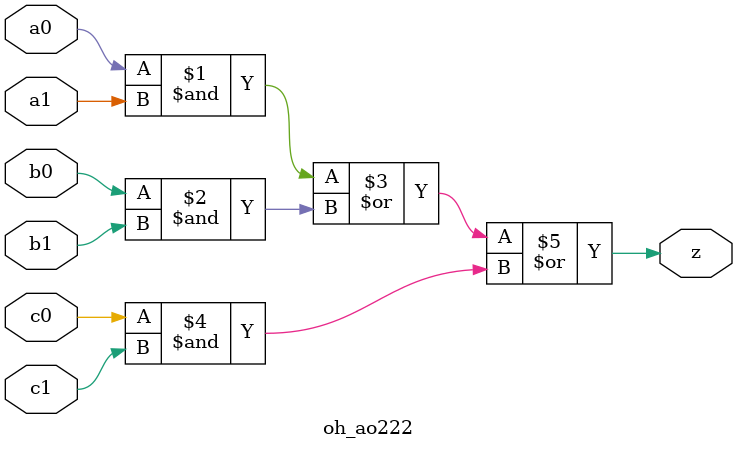
<source format=v>
module oh_ao222(	// file.cleaned.mlir:2:3
  input  a0,	// file.cleaned.mlir:2:26
         a1,	// file.cleaned.mlir:2:39
         b0,	// file.cleaned.mlir:2:52
         b1,	// file.cleaned.mlir:2:65
         c0,	// file.cleaned.mlir:2:78
         c1,	// file.cleaned.mlir:2:91
  output z	// file.cleaned.mlir:2:105
);

  assign z = a0 & a1 | b0 & b1 | c0 & c1;	// file.cleaned.mlir:3:10, :4:10, :5:10, :6:10, :7:5
endmodule


</source>
